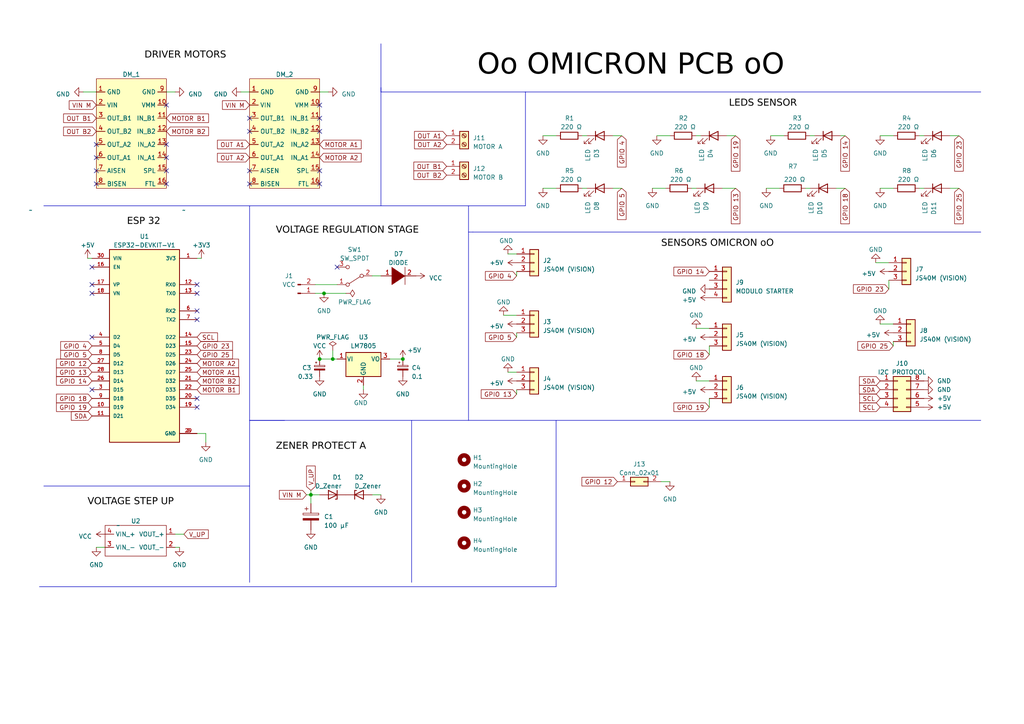
<source format=kicad_sch>
(kicad_sch (version 20230121) (generator eeschema)
  (paper "A4")
  (title_block (title "RAS UNIANDES OMICRON PCB"))
  (lib_symbols
    (symbol "Connector:Conn_01x02_Male" (pin_names (offset 1.016) hide)
      (property "Reference" "J1" (at -2.54 2.54 0))
      (property "Value" "VCC" (at -2.54 0 0))
      (symbol "Conn_01x02_Male_1_1"
        (rectangle (start 0 -2.413) (end 0.8636 -2.667) (stroke (width 0.1524)) (fill (type outline)))
        (polyline (pts (xy 1.27 -2.54) (xy 0.8636 -2.54)) (stroke (width 0.1524)))
        (polyline (pts (xy 1.27 0) (xy 0.8636 0)) (stroke (width 0.1524)))
        (rectangle (start 0.8636 0.127) (end 0 -0.127) (stroke (width 0.1524)) (fill (type outline)))
        (pin passive line (at 5.08 -2.54 180) (length 3.81) (name "Pin_2") (number "1"))
        (pin passive line (at 5.08 0 180) (length 3.81) (name "Pin_1") (number "2"))
      )
    )
    (symbol "Connector:Screw_Terminal_01x02" (pin_names (offset 1.016) hide)
      (property "Reference" "J" (at 0 2.54 0))
      (property "Value" "Screw_Terminal_01x02" (at 0 -5.08 0))
      (symbol "Screw_Terminal_01x02_1_1"
        (rectangle (start -1.27 1.27) (end 1.27 -3.81) (stroke (width 0.254)) (fill (type background)))
        (circle (center 0 -2.54) (radius 0.635) (stroke (width 0.1524)))
        (polyline (pts (xy -0.5334 -2.2098) (xy 0.3302 -3.048)) (stroke (width 0.1524)))
        (polyline (pts (xy -0.5334 0.3302) (xy 0.3302 -0.508)) (stroke (width 0.1524)))
        (polyline (pts (xy -0.3556 -2.032) (xy 0.508 -2.8702)) (stroke (width 0.1524)))
        (polyline (pts (xy -0.3556 0.508) (xy 0.508 -0.3302)) (stroke (width 0.1524)))
        (circle (center 0 0) (radius 0.635) (stroke (width 0.1524)))
        (pin passive line (at -5.08 0 0) (length 3.81) (name "Pin_1") (number "1"))
        (pin passive line (at -5.08 -2.54 0) (length 3.81) (name "Pin_2") (number "2"))
      )
    )
    (symbol "Connector_Generic:Conn_01x03" (pin_names (offset 1.016) hide)
      (property "Reference" "J" (at 0 5.08 0))
      (property "Value" "Conn_01x03" (at 0 -5.08 0))
      (symbol "Conn_01x03_1_1"
        (rectangle (start -1.27 -2.413) (end 0 -2.667) (stroke (width 0.1524)))
        (rectangle (start -1.27 0.127) (end 0 -0.127) (stroke (width 0.1524)))
        (rectangle (start -1.27 2.667) (end 0 2.413) (stroke (width 0.1524)))
        (rectangle (start -1.27 3.81) (end 1.27 -3.81) (stroke (width 0.254)) (fill (type background)))
        (pin passive line (at -5.08 2.54 0) (length 3.81) (name "Pin_1") (number "1"))
        (pin passive line (at -5.08 0 0) (length 3.81) (name "Pin_2") (number "2"))
        (pin passive line (at -5.08 -2.54 0) (length 3.81) (name "Pin_3") (number "3"))
      )
    )
    (symbol "Connector_Generic:Conn_01x04" (pin_names (offset 1.016) hide)
      (property "Reference" "J" (at 0 5.08 0))
      (property "Value" "Conn_01x04" (at 0 -7.62 0))
      (symbol "Conn_01x04_1_1"
        (rectangle (start -1.27 -4.953) (end 0 -5.207) (stroke (width 0.1524)))
        (rectangle (start -1.27 -2.413) (end 0 -2.667) (stroke (width 0.1524)))
        (rectangle (start -1.27 0.127) (end 0 -0.127) (stroke (width 0.1524)))
        (rectangle (start -1.27 2.667) (end 0 2.413) (stroke (width 0.1524)))
        (rectangle (start -1.27 3.81) (end 1.27 -6.35) (stroke (width 0.254)) (fill (type background)))
        (pin passive line (at -5.08 2.54 0) (length 3.81) (name "Pin_1") (number "1"))
        (pin passive line (at -5.08 0 0) (length 3.81) (name "Pin_2") (number "2"))
        (pin passive line (at -5.08 -2.54 0) (length 3.81) (name "Pin_3") (number "3"))
        (pin passive line (at -5.08 -5.08 0) (length 3.81) (name "Pin_4") (number "4"))
      )
    )
    (symbol "Connector_Generic:Conn_02x01" (pin_names (offset 1.016) hide)
      (property "Reference" "J" (at 1.27 2.54 0))
      (property "Value" "Conn_02x01" (at 1.27 -2.54 0))
      (symbol "Conn_02x01_1_1"
        (rectangle (start -1.27 0.127) (end 0 -0.127) (stroke (width 0.1524)))
        (rectangle (start -1.27 1.27) (end 3.81 -1.27) (stroke (width 0.254)) (fill (type background)))
        (rectangle (start 3.81 0.127) (end 2.54 -0.127) (stroke (width 0.1524)))
        (pin passive line (at -5.08 0 0) (length 3.81) (name "Pin_1") (number "1"))
        (pin passive line (at 7.62 0 180) (length 3.81) (name "Pin_2") (number "2"))
      )
    )
    (symbol "Connector_Generic:Conn_02x04_Counter_Clockwise" (pin_names (offset 1.016) hide)
      (property "Reference" "J" (at 1.27 5.08 0))
      (property "Value" "Conn_02x04_Counter_Clockwise" (at 1.27 -7.62 0))
      (symbol "Conn_02x04_Counter_Clockwise_1_1"
        (rectangle (start -1.27 -4.953) (end 0 -5.207) (stroke (width 0.1524)))
        (rectangle (start -1.27 -2.413) (end 0 -2.667) (stroke (width 0.1524)))
        (rectangle (start -1.27 0.127) (end 0 -0.127) (stroke (width 0.1524)))
        (rectangle (start -1.27 2.667) (end 0 2.413) (stroke (width 0.1524)))
        (rectangle (start -1.27 3.81) (end 3.81 -6.35) (stroke (width 0.254)) (fill (type background)))
        (rectangle (start 3.81 -4.953) (end 2.54 -5.207) (stroke (width 0.1524)))
        (rectangle (start 3.81 -2.413) (end 2.54 -2.667) (stroke (width 0.1524)))
        (rectangle (start 3.81 0.127) (end 2.54 -0.127) (stroke (width 0.1524)))
        (rectangle (start 3.81 2.667) (end 2.54 2.413) (stroke (width 0.1524)))
        (pin passive line (at -5.08 2.54 0) (length 3.81) (name "Pin_1") (number "1"))
        (pin passive line (at -5.08 0 0) (length 3.81) (name "Pin_2") (number "2"))
        (pin passive line (at -5.08 -2.54 0) (length 3.81) (name "Pin_3") (number "3"))
        (pin passive line (at -5.08 -5.08 0) (length 3.81) (name "Pin_4") (number "4"))
        (pin passive line (at 7.62 -5.08 180) (length 3.81) (name "Pin_5") (number "5"))
        (pin passive line (at 7.62 -2.54 180) (length 3.81) (name "Pin_6") (number "6"))
        (pin passive line (at 7.62 0 180) (length 3.81) (name "Pin_7") (number "7"))
        (pin passive line (at 7.62 2.54 180) (length 3.81) (name "Pin_8") (number "8"))
      )
    )
    (symbol "DRV 8833:DRV_8833"
      (property "Reference" "DM_2" (at 29.21 39.37 0))
      (property "Value" "~" (at 0 0 0))
      (symbol "DRV_8833_0_1"
        (rectangle (start 19.05 38.1) (end 39.37 6.35) (fill (type background)))
      )
      (symbol "DRV_8833_1_1"
        (pin input line (at 19.05 34.29 0) (length 2.54) (name "GND") (number "1"))
        (pin input line (at 39.37 30.48 180) (length 2.54) (name "VMM") (number "10"))
        (pin input line (at 39.37 26.67 180) (length 2.54) (name "IN_B1") (number "11"))
        (pin input line (at 39.37 22.86 180) (length 2.54) (name "IN_B2") (number "12"))
        (pin input line (at 39.37 19.05 180) (length 2.54) (name "IN_A2") (number "13"))
        (pin input line (at 39.37 15.24 180) (length 2.54) (name "IN_A1") (number "14"))
        (pin input line (at 39.37 11.43 180) (length 2.54) (name "SPL") (number "15"))
        (pin input line (at 39.37 7.62 180) (length 2.54) (name "FTL") (number "16"))
        (pin input line (at 19.05 30.48 0) (length 2.54) (name "VIN") (number "2"))
        (pin input line (at 19.05 26.67 0) (length 2.54) (name "OUT_B1") (number "3"))
        (pin input line (at 19.05 22.86 0) (length 2.54) (name "OUT_B2") (number "4"))
        (pin input line (at 19.05 19.05 0) (length 2.54) (name "OUT_A2") (number "5"))
        (pin input line (at 19.05 15.24 0) (length 2.54) (name "OUT_A1") (number "6"))
        (pin input line (at 19.05 11.43 0) (length 2.54) (name "AISEN") (number "7"))
        (pin input line (at 19.05 7.62 0) (length 2.54) (name "BISEN") (number "8"))
        (pin input line (at 39.37 34.29 180) (length 2.54) (name "GND") (number "9"))
      )
    )
    (symbol "DRV_8833_1"
      (property "Reference" "DM_1" (at 29.21 39.37 0))
      (property "Value" "~" (at 0 0 0))
      (symbol "DRV_8833_1_0_1"
        (rectangle (start 19.05 38.1) (end 39.37 6.35) (fill (type background)))
      )
      (symbol "DRV_8833_1_1_1"
        (pin input line (at 19.05 34.29 0) (length 2.54) (name "GND") (number "1"))
        (pin input line (at 39.37 30.48 180) (length 2.54) (name "VMM") (number "10"))
        (pin input line (at 39.37 26.67 180) (length 2.54) (name "IN_B1") (number "11"))
        (pin input line (at 39.37 22.86 180) (length 2.54) (name "IN_B2") (number "12"))
        (pin input line (at 39.37 19.05 180) (length 2.54) (name "IN_A2") (number "13"))
        (pin input line (at 39.37 15.24 180) (length 2.54) (name "IN_A1") (number "14"))
        (pin input line (at 39.37 11.43 180) (length 2.54) (name "SPL") (number "15"))
        (pin input line (at 39.37 7.62 180) (length 2.54) (name "FTL") (number "16"))
        (pin input line (at 19.05 30.48 0) (length 2.54) (name "VIN") (number "2"))
        (pin input line (at 19.05 26.67 0) (length 2.54) (name "OUT_B1") (number "3"))
        (pin input line (at 19.05 22.86 0) (length 2.54) (name "OUT_B2") (number "4"))
        (pin input line (at 19.05 19.05 0) (length 2.54) (name "OUT_A2") (number "5"))
        (pin input line (at 19.05 15.24 0) (length 2.54) (name "OUT_A1") (number "6"))
        (pin input line (at 19.05 11.43 0) (length 2.54) (name "AISEN") (number "7"))
        (pin input line (at 19.05 7.62 0) (length 2.54) (name "BISEN") (number "8"))
        (pin input line (at 39.37 34.29 180) (length 2.54) (name "GND") (number "9"))
      )
    )
    (symbol "Device:C_Polarized" (pin_numbers hide) (pin_names (offset 0.254))
      (property "Reference" "C" (at 0.635 2.54 0))
      (property "Value" "C_Polarized" (at 0.635 -2.54 0))
      (symbol "C_Polarized_0_1"
        (rectangle (start -2.286 0.508) (end 2.286 1.016))
        (polyline (pts (xy -1.778 2.286) (xy -0.762 2.286)))
        (polyline (pts (xy -1.27 2.794) (xy -1.27 1.778)))
        (rectangle (start 2.286 -0.508) (end -2.286 -1.016) (fill (type outline)))
      )
      (symbol "C_Polarized_1_1"
        (pin passive line (at 0 3.81 270) (length 2.794) (name "~") (number "1"))
        (pin passive line (at 0 -3.81 90) (length 2.794) (name "~") (number "2"))
      )
    )
    (symbol "Device:C_Polarized_Small" (pin_numbers hide) (pin_names (offset 0.254) hide)
      (property "Reference" "C" (at 0.254 1.778 0))
      (property "Value" "C_Polarized_Small" (at 0.254 -2.032 0))
      (symbol "C_Polarized_Small_0_1"
        (rectangle (start -1.524 -0.3048) (end 1.524 -0.6858) (fill (type outline)))
        (rectangle (start -1.524 0.6858) (end 1.524 0.3048))
        (polyline (pts (xy -1.27 1.524) (xy -0.762 1.524)))
        (polyline (pts (xy -1.016 1.27) (xy -1.016 1.778)))
      )
      (symbol "C_Polarized_Small_1_1"
        (pin passive line (at 0 2.54 270) (length 1.8542) (name "~") (number "1"))
        (pin passive line (at 0 -2.54 90) (length 1.8542) (name "~") (number "2"))
      )
    )
    (symbol "Device:D_Zener" (pin_numbers hide) (pin_names (offset 1.016) hide)
      (property "Reference" "D" (at 0 2.54 0))
      (property "Value" "D_Zener" (at 0 -2.54 0))
      (symbol "D_Zener_0_1"
        (polyline (pts (xy 1.27 0) (xy -1.27 0)))
        (polyline (pts (xy -1.27 -1.27) (xy -1.27 1.27) (xy -0.762 1.27)) (stroke (width 0.254)))
        (polyline (pts (xy 1.27 -1.27) (xy 1.27 1.27) (xy -1.27 0) (xy 1.27 -1.27)) (stroke (width 0.254)))
      )
      (symbol "D_Zener_1_1"
        (pin passive line (at -3.81 0 0) (length 2.54) (name "K") (number "1"))
        (pin passive line (at 3.81 0 180) (length 2.54) (name "A") (number "2"))
      )
    )
    (symbol "Device:LED" (pin_numbers hide) (pin_names (offset 1.016) hide)
      (property "Reference" "D" (at 0 2.54 0))
      (property "Value" "LED" (at 0 -2.54 0))
      (symbol "LED_0_1"
        (polyline (pts (xy -1.27 -1.27) (xy -1.27 1.27)) (stroke (width 0.254)))
        (polyline (pts (xy -1.27 0) (xy 1.27 0)))
        (polyline (pts (xy 1.27 -1.27) (xy 1.27 1.27) (xy -1.27 0) (xy 1.27 -1.27)) (stroke (width 0.254)))
        (polyline (pts (xy -3.048 -0.762) (xy -4.572 -2.286) (xy -3.81 -2.286) (xy -4.572 -2.286) (xy -4.572 -1.524)))
        (polyline (pts (xy -1.778 -0.762) (xy -3.302 -2.286) (xy -2.54 -2.286) (xy -3.302 -2.286) (xy -3.302 -1.524)))
      )
      (symbol "LED_1_1"
        (pin passive line (at -3.81 0 0) (length 2.54) (name "K") (number "1"))
        (pin passive line (at 3.81 0 180) (length 2.54) (name "A") (number "2"))
      )
    )
    (symbol "Device:R" (pin_numbers hide) (pin_names (offset 0))
      (property "Reference" "R" (at 2.032 0 90))
      (property "Value" "R" (at 0 0 90))
      (symbol "R_0_1"
        (rectangle (start -1.016 -2.54) (end 1.016 2.54) (stroke (width 0.254)))
      )
      (symbol "R_1_1"
        (pin passive line (at 0 3.81 270) (length 1.27) (name "~") (number "1"))
        (pin passive line (at 0 -3.81 90) (length 1.27) (name "~") (number "2"))
      )
    )
    (symbol "ESP32-DEVKIT-V1:ESP32-DEVKIT-V1" (pin_names (offset 1.016))
      (property "Reference" "U" (at -10.16 30.48 0))
      (property "Value" "ESP32-DEVKIT-V1" (at -10.16 -30.48 0))
      (symbol "ESP32-DEVKIT-V1_0_0"
        (rectangle (start -10.16 -27.94) (end 10.16 27.94) (stroke (width 0.254)) (fill (type background)))
        (pin output line (at 15.24 25.4 180) (length 5.08) (name "3V3") (number "1"))
        (pin bidirectional line (at -15.24 -17.78 0) (length 5.08) (name "D19") (number "10"))
        (pin bidirectional line (at -15.24 -20.32 0) (length 5.08) (name "D21") (number "11"))
        (pin input line (at 15.24 17.78 180) (length 5.08) (name "RX0") (number "12"))
        (pin output line (at 15.24 15.24 180) (length 5.08) (name "TX0") (number "13"))
        (pin bidirectional line (at 15.24 2.54 180) (length 5.08) (name "D22") (number "14"))
        (pin bidirectional line (at 15.24 0 180) (length 5.08) (name "D23") (number "15"))
        (pin input line (at -15.24 22.86 0) (length 5.08) (name "EN") (number "16"))
        (pin bidirectional line (at -15.24 17.78 0) (length 5.08) (name "VP") (number "17"))
        (pin bidirectional line (at -15.24 15.24 0) (length 5.08) (name "VN") (number "18"))
        (pin bidirectional line (at 15.24 -17.78 180) (length 5.08) (name "D34") (number "19"))
        (pin power_in line (at 15.24 -25.4 180) (length 5.08) (name "GND") (number "2"))
        (pin bidirectional line (at 15.24 -15.24 180) (length 5.08) (name "D35") (number "20"))
        (pin bidirectional line (at 15.24 -10.16 180) (length 5.08) (name "D32") (number "21"))
        (pin bidirectional line (at 15.24 -12.7 180) (length 5.08) (name "D33") (number "22"))
        (pin bidirectional line (at 15.24 -2.54 180) (length 5.08) (name "D25") (number "23"))
        (pin bidirectional line (at 15.24 -5.08 180) (length 5.08) (name "D26") (number "24"))
        (pin bidirectional line (at 15.24 -7.62 180) (length 5.08) (name "D27") (number "25"))
        (pin bidirectional line (at -15.24 -10.16 0) (length 5.08) (name "D14") (number "26"))
        (pin bidirectional line (at -15.24 -5.08 0) (length 5.08) (name "D12") (number "27"))
        (pin bidirectional line (at -15.24 -7.62 0) (length 5.08) (name "D13") (number "28"))
        (pin power_in line (at 15.24 -25.4 180) (length 5.08) (name "GND") (number "29"))
        (pin bidirectional line (at -15.24 -12.7 0) (length 5.08) (name "D15") (number "3"))
        (pin input line (at -15.24 25.4 0) (length 5.08) (name "VIN") (number "30"))
        (pin bidirectional line (at -15.24 2.54 0) (length 5.08) (name "D2") (number "4"))
        (pin bidirectional line (at -15.24 0 0) (length 5.08) (name "D4") (number "5"))
        (pin input line (at 15.24 10.16 180) (length 5.08) (name "RX2") (number "6"))
        (pin output line (at 15.24 7.62 180) (length 5.08) (name "TX2") (number "7"))
        (pin bidirectional line (at -15.24 -2.54 0) (length 5.08) (name "D5") (number "8"))
        (pin bidirectional line (at -15.24 -15.24 0) (length 5.08) (name "D18") (number "9"))
      )
    )
    (symbol "MT 3806 STEP UP:MT_3608"
      (property "Reference" "U" (at 15.24 -2.54 0))
      (symbol "MT_3608_0_1"
        (rectangle (start 6.35 -3.81) (end 24.13 -12.7))
      )
      (symbol "MT_3608_1_1"
        (pin input line (at 26.67 -6.35 180) (length 2.54) (name "VOUT_+") (number "1"))
        (pin input line (at 26.67 -10.16 180) (length 2.54) (name "VOUT_-") (number "2"))
        (pin input line (at 6.35 -10.16 0) (length 2.54) (name "VIN_-") (number "3"))
        (pin input line (at 6.35 -6.35 0) (length 2.54) (name "VIN_+") (number "4"))
      )
    )
    (symbol "Mechanical:MountingHole" (pin_names (offset 1.016))
      (property "Reference" "H" (at 0 5.08 0))
      (property "Value" "MountingHole" (at 0 3.175 0))
      (symbol "MountingHole_0_1"
        (circle (center 0 0) (radius 1.27) (stroke (width 1.27)))
      )
    )
    (symbol "Regulator_Linear:LM7805_TO220" (pin_names (offset 0.254))
      (property "Reference" "U" (at -3.81 3.175 0))
      (property "Value" "LM7805_TO220" (at 0 3.175 0))
      (symbol "LM7805_TO220_0_1"
        (rectangle (start -5.08 1.905) (end 5.08 -5.08) (stroke (width 0.254)) (fill (type background)))
      )
      (symbol "LM7805_TO220_1_1"
        (pin power_in line (at -7.62 0 0) (length 2.54) (name "VI") (number "1"))
        (pin power_in line (at 0 -7.62 90) (length 2.54) (name "GND") (number "2"))
        (pin power_out line (at 7.62 0 180) (length 2.54) (name "VO") (number "3"))
      )
    )
    (symbol "Switch:SW_SPDT" (pin_names (offset 0) hide)
      (property "Reference" "SW" (at 0 4.318 0))
      (property "Value" "SW_SPDT" (at 0 -5.08 0))
      (symbol "SW_SPDT_0_0"
        (circle (center -2.032 0) (radius 0.508))
        (circle (center 2.032 -2.54) (radius 0.508))
      )
      (symbol "SW_SPDT_0_1"
        (polyline (pts (xy -1.524 0.254) (xy 1.651 2.286)))
        (circle (center 2.032 2.54) (radius 0.508))
      )
      (symbol "SW_SPDT_1_1"
        (pin passive line (at 5.08 2.54 180) (length 2.54) (name "A") (number "1"))
        (pin passive line (at -5.08 0 0) (length 2.54) (name "B") (number "2"))
        (pin passive line (at 5.08 -2.54 180) (length 2.54) (name "C") (number "3"))
      )
    )
    (symbol "power:+3.3V" (power) (pin_names (offset 0))
      (property "Value" "+3.3V" (at 0 3.556 0))
      (symbol "+3.3V_0_1"
        (polyline (pts (xy -0.762 1.27) (xy 0 2.54)))
        (polyline (pts (xy 0 0) (xy 0 2.54)))
        (polyline (pts (xy 0 2.54) (xy 0.762 1.27)))
      )
      (symbol "+3.3V_1_1"
        (pin power_in line (at 0 0 90) (length 0) hide (name "+3V3") (number "1"))
      )
    )
    (symbol "power:+5V" (power) (pin_names (offset 0))
      (property "Value" "+5V" (at 0 3.556 0))
      (symbol "+5V_0_1"
        (polyline (pts (xy -0.762 1.27) (xy 0 2.54)))
        (polyline (pts (xy 0 0) (xy 0 2.54)))
        (polyline (pts (xy 0 2.54) (xy 0.762 1.27)))
      )
      (symbol "+5V_1_1"
        (pin power_in line (at 0 0 90) (length 0) hide (name "+5V") (number "1"))
      )
    )
    (symbol "power:GND" (power) (pin_names (offset 0))
      (property "Value" "GND" (at 0 -3.81 0))
      (symbol "GND_0_1"
        (polyline (pts (xy 0 0) (xy 0 -1.27) (xy 1.27 -1.27) (xy 0 -2.54) (xy -1.27 -1.27) (xy 0 -1.27)))
      )
      (symbol "GND_1_1"
        (pin power_in line (at 0 0 270) (length 0) hide (name "GND") (number "1"))
      )
    )
    (symbol "power:PWR_FLAG" (power) (pin_numbers hide) (pin_names (offset 0) hide)
      (property "Value" "PWR_FLAG" (at 0 3.81 0))
      (symbol "PWR_FLAG_0_0"
        (pin power_out line (at 0 0 90) (length 0) (name "pwr") (number "1"))
      )
      (symbol "PWR_FLAG_0_1"
        (polyline (pts (xy 0 0) (xy 0 1.27) (xy -1.016 1.905) (xy 0 2.54) (xy 1.016 1.905) (xy 0 1.27)))
      )
    )
    (symbol "power:VCC" (power) (pin_names (offset 0))
      (property "Value" "VCC" (at 0 3.81 0))
      (symbol "VCC_0_1"
        (polyline (pts (xy -0.762 1.27) (xy 0 2.54)))
        (polyline (pts (xy 0 0) (xy 0 2.54)))
        (polyline (pts (xy 0 2.54) (xy 0.762 1.27)))
      )
      (symbol "VCC_1_1"
        (pin power_in line (at 0 0 90) (length 0) hide (name "VCC") (number "1"))
      )
    )
    (symbol "pspice:DIODE" (pin_names (offset 1.016) hide)
      (property "Reference" "D" (at 0 3.81 0))
      (property "Value" "DIODE" (at 0 -4.445 0))
      (symbol "DIODE_0_1"
        (polyline (pts (xy 1.905 2.54) (xy 1.905 -2.54)))
        (polyline (pts (xy -1.905 2.54) (xy -1.905 -2.54) (xy 1.905 0)) (fill (type outline)))
      )
      (symbol "DIODE_1_1"
        (pin input line (at -5.08 0 0) (length 3.81) (name "K") (number "1"))
        (pin input line (at 5.08 0 180) (length 3.81) (name "A") (number "2"))
      )
    )
  )
  (junction (at 92.71 104.14))
  (junction (at 116.84 104.14))
  (junction (at 96.52 104.14))
  (junction (at 90.17 143.51))
  (junction (at 93.98 85.09))
  (no_connect (at 72.39 53.34))
  (no_connect (at 72.39 49.53))
  (no_connect (at 27.94 53.34))
  (no_connect (at 26.67 77.47))
  (no_connect (at 26.67 85.09))
  (no_connect (at 27.94 49.53))
  (no_connect (at 48.26 30.48))
  (no_connect (at 92.71 30.48))
  (no_connect (at 27.94 41.91))
  (no_connect (at 48.26 45.72))
  (no_connect (at 57.15 90.17))
  (no_connect (at 48.26 41.91))
  (no_connect (at 57.15 85.09))
  (no_connect (at 57.15 92.71))
  (no_connect (at 92.71 53.34))
  (no_connect (at 57.15 115.57))
  (no_connect (at 26.67 113.03))
  (no_connect (at 72.39 38.1))
  (no_connect (at 97.79 77.47))
  (no_connect (at 57.15 82.55))
  (no_connect (at 92.71 38.1))
  (no_connect (at 48.26 49.53))
  (no_connect (at 72.39 34.29))
  (no_connect (at 57.15 118.11))
  (no_connect (at 26.67 97.79))
  (no_connect (at 26.67 82.55))
  (no_connect (at 92.71 34.29))
  (no_connect (at 48.26 53.34))
  (no_connect (at 92.71 49.53))
  (no_connect (at 27.94 45.72))
  (polyline (pts (xy 72.39 140.97) (xy 12.7 140.97)))
  (wire (pts (xy 255.27 39.37) (xy 259.08 39.37)))
  (polyline (pts (xy 72.39 59.69) (xy 110.49 59.69)))
  (wire (pts (xy 59.69 125.73) (xy 59.69 128.27)))
  (wire (pts (xy 201.93 110.49) (xy 205.74 110.49)))
  (wire (pts (xy 147.32 107.95) (xy 149.86 107.95)))
  (wire (pts (xy 149.86 80.01) (xy 149.86 78.74)))
  (wire (pts (xy 50.8 26.67) (xy 48.26 26.67)))
  (wire (pts (xy 116.84 104.14) (xy 113.03 104.14)))
  (wire (pts (xy 90.17 146.05) (xy 90.17 143.51)))
  (wire (pts (xy 194.31 139.7) (xy 191.77 139.7)))
  (wire (pts (xy 189.23 54.61) (xy 193.04 54.61)))
  (wire (pts (xy 24.13 26.67) (xy 27.94 26.67)))
  (wire (pts (xy 149.86 114.3) (xy 149.86 113.03)))
  (wire (pts (xy 180.34 39.37) (xy 177.8 39.37)))
  (wire (pts (xy 91.44 82.55) (xy 97.79 82.55)))
  (wire (pts (xy 58.42 74.93) (xy 57.15 74.93)))
  (polyline (pts (xy 135.89 121.92) (xy 135.89 59.69)))
  (wire (pts (xy 100.33 85.09) (xy 93.98 85.09)))
  (wire (pts (xy 25.4 74.93) (xy 26.67 74.93)))
  (wire (pts (xy 170.18 54.61) (xy 168.91 54.61)))
  (polyline (pts (xy 161.29 170.18) (xy 161.29 121.92)))
  (wire (pts (xy 257.81 83.82) (xy 257.81 81.28)))
  (wire (pts (xy 157.48 54.61) (xy 161.29 54.61)))
  (wire (pts (xy 255.27 93.98) (xy 259.08 93.98)))
  (polyline (pts (xy 152.4 26.67) (xy 284.48 26.67)))
  (wire (pts (xy 236.22 39.37) (xy 234.95 39.37)))
  (wire (pts (xy 52.07 158.75) (xy 50.8 158.75)))
  (wire (pts (xy 110.49 80.01) (xy 107.95 80.01)))
  (wire (pts (xy 203.2 39.37) (xy 201.93 39.37)))
  (polyline (pts (xy 135.89 67.31) (xy 137.16 67.31)))
  (wire (pts (xy 255.27 54.61) (xy 259.08 54.61)))
  (wire (pts (xy 223.52 39.37) (xy 227.33 39.37)))
  (polyline (pts (xy 137.16 67.31) (xy 284.48 67.31)))
  (wire (pts (xy 92.71 104.14) (xy 96.52 104.14)))
  (wire (pts (xy 157.48 39.37) (xy 161.29 39.37)))
  (wire (pts (xy 96.52 104.14) (xy 97.79 104.14)))
  (wire (pts (xy 180.34 54.61) (xy 177.8 54.61)))
  (wire (pts (xy 278.13 54.61) (xy 275.59 54.61)))
  (wire (pts (xy 205.74 118.11) (xy 205.74 115.57)))
  (wire (pts (xy 93.98 85.09) (xy 91.44 85.09)))
  (wire (pts (xy 90.17 142.24) (xy 90.17 143.51)))
  (wire (pts (xy 267.97 39.37) (xy 266.7 39.37)))
  (wire (pts (xy 96.52 101.6) (xy 96.52 104.14)))
  (wire (pts (xy 50.8 154.94) (xy 53.34 154.94)))
  (wire (pts (xy 205.74 102.87) (xy 205.74 100.33)))
  (wire (pts (xy 69.85 26.67) (xy 72.39 26.67)))
  (wire (pts (xy 234.95 54.61) (xy 233.68 54.61)))
  (wire (pts (xy 259.08 100.33) (xy 259.08 99.06)))
  (wire (pts (xy 201.93 54.61) (xy 200.66 54.61)))
  (wire (pts (xy 213.36 39.37) (xy 210.82 39.37)))
  (wire (pts (xy 213.36 54.61) (xy 209.55 54.61)))
  (wire (pts (xy 149.86 97.79) (xy 149.86 96.52)))
  (wire (pts (xy 245.11 39.37) (xy 243.84 39.37)))
  (polyline (pts (xy 110.49 26.67) (xy 110.49 25.4)))
  (polyline (pts (xy 12.7 59.69) (xy 72.39 59.69)))
  (wire (pts (xy 170.18 39.37) (xy 168.91 39.37)))
  (polyline (pts (xy 152.4 26.67) (xy 110.49 26.67)))
  (polyline (pts (xy 11.43 170.18) (xy 161.29 170.18)))
  (wire (pts (xy 222.25 54.61) (xy 226.06 54.61)))
  (wire (pts (xy 254 76.2) (xy 257.81 76.2)))
  (wire (pts (xy 267.97 54.61) (xy 266.7 54.61)))
  (wire (pts (xy 59.69 125.73) (xy 57.15 125.73)))
  (wire (pts (xy 190.5 39.37) (xy 194.31 39.37)))
  (polyline (pts (xy 152.4 59.69) (xy 152.4 26.67)))
  (wire (pts (xy 95.25 26.67) (xy 92.71 26.67)))
  (polyline (pts (xy 72.39 121.92) (xy 135.89 121.92)))
  (wire (pts (xy 88.9 143.51) (xy 90.17 143.51)))
  (wire (pts (xy 105.41 111.76) (xy 105.41 113.03)))
  (wire (pts (xy 146.05 91.44) (xy 149.86 91.44)))
  (polyline (pts (xy 135.89 121.92) (xy 284.48 121.92)))
  (polyline (pts (xy 72.39 140.97) (xy 72.39 168.91)))
  (polyline (pts (xy 72.39 59.69) (xy 72.39 140.97)))
  (polyline (pts (xy 110.49 59.69) (xy 152.4 59.69)))
  (wire (pts (xy 245.11 54.61) (xy 242.57 54.61)))
  (wire (pts (xy 147.32 73.66) (xy 149.86 73.66)))
  (polyline (pts (xy 110.49 12.7) (xy 110.49 59.69)))
  (wire (pts (xy 107.95 143.51) (xy 110.49 143.51)))
  (wire (pts (xy 90.17 143.51) (xy 92.71 143.51)))
  (wire (pts (xy 27.94 158.75) (xy 30.48 158.75)))
  (polyline (pts (xy 72.39 121.92) (xy 82.55 121.92)))
  (wire (pts (xy 278.13 39.37) (xy 275.59 39.37)))
  (polyline (pts (xy 119.38 121.92) (xy 119.38 168.91)))
  (wire (pts (xy 201.93 95.25) (xy 205.74 95.25)))
  (text "DRIVER MOTORS\n" (at 41.91 17.78 0) (effects (font (size 2 2)) (justify left bottom)))
  (text "ZENER PROTECT A\n\n" (at 80.01 134.62 0) (effects (font (size 2 2)) (justify left bottom)))
  (text "VOLTAGE REGULATION STAGE" (at 80.01 68.58 0) (effects (font (size 2 2)) (justify left bottom)))
  (text "LEDS SENSOR\n" (at 231.14 31.75 0) (effects (font (size 2 2)) (justify right bottom)))
  (text "SENSORS OMICRON oO" (at 191.77 72.39 0) (effects (font (size 2 2)) (justify left bottom)))
  (text "VOLTAGE STEP UP " (at 25.4 147.32 0) (effects (font (size 2 2)) (justify left bottom)))
  (text "ESP 32" (at 36.83 66.04 0) (effects (font (size 2 2)) (justify left bottom)))
  (text "Oo OMICRON PCB oO" (at 138.43 24.13 0) (effects (font (size 6 6)) (justify left bottom)))
  (global_label "GPIO 4" (shape input) (at 149.86 80.01 180) (property "Intersheetrefs" "${INTERSHEET_REFS}" (effects hide)))
  (global_label "OUT A2" (shape input) (at 129.54 41.91 180) (property "Intersheetrefs" "${INTERSHEET_REFS}" (effects hide)))
  (global_label "MOTOR B1" (shape input) (at 57.15 113.03 0) (property "Intersheetrefs" "${INTERSHEET_REFS}" (effects hide)))
  (global_label "GPIO 5" (shape input) (at 180.34 54.61 270) (property "Intersheetrefs" "${INTERSHEET_REFS}" (effects hide)))
  (global_label "GPIO 14" (shape input) (at 245.11 39.37 270) (property "Intersheetrefs" "${INTERSHEET_REFS}" (effects hide)))
  (global_label "SDA" (shape input) (at 255.27 110.49 180) (property "Intersheetrefs" "${INTERSHEET_REFS}" (effects hide)))
  (global_label "GPIO 23" (shape input) (at 278.13 39.37 270) (property "Intersheetrefs" "${INTERSHEET_REFS}" (effects hide)))
  (global_label "OUT A1" (shape input) (at 72.39 41.91 180) (property "Intersheetrefs" "${INTERSHEET_REFS}" (effects hide)))
  (global_label "GPIO 18" (shape input) (at 245.11 54.61 270) (property "Intersheetrefs" "${INTERSHEET_REFS}" (effects hide)))
  (global_label "GPIO 25" (shape input) (at 278.13 54.61 270) (property "Intersheetrefs" "${INTERSHEET_REFS}" (effects hide)))
  (global_label "GPIO 23" (shape input) (at 257.81 83.82 180) (property "Intersheetrefs" "${INTERSHEET_REFS}" (effects hide)))
  (global_label "GPIO 19" (shape input) (at 205.74 118.11 180) (property "Intersheetrefs" "${INTERSHEET_REFS}" (effects hide)))
  (global_label "GPIO 13" (shape input) (at 213.36 54.61 270) (property "Intersheetrefs" "${INTERSHEET_REFS}" (effects hide)))
  (global_label "GPIO 12" (shape input) (at 26.67 105.41 180) (property "Intersheetrefs" "${INTERSHEET_REFS}" (effects hide)))
  (global_label "MOTOR B1" (shape input) (at 48.26 34.29 0) (property "Intersheetrefs" "${INTERSHEET_REFS}" (effects hide)))
  (global_label "GPIO 19" (shape input) (at 213.36 39.37 270) (property "Intersheetrefs" "${INTERSHEET_REFS}" (effects hide)))
  (global_label "MOTOR A1" (shape input) (at 92.71 41.91 0) (property "Intersheetrefs" "${INTERSHEET_REFS}" (effects hide)))
  (global_label "SCL" (shape input) (at 57.15 97.79 0) (property "Intersheetrefs" "${INTERSHEET_REFS}" (effects hide)))
  (global_label "SCL" (shape input) (at 255.27 118.11 180) (property "Intersheetrefs" "${INTERSHEET_REFS}" (effects hide)))
  (global_label "GPIO 14" (shape input) (at 205.74 78.74 180) (property "Intersheetrefs" "${INTERSHEET_REFS}" (effects hide)))
  (global_label "GPIO 25" (shape input) (at 259.08 100.33 180) (property "Intersheetrefs" "${INTERSHEET_REFS}" (effects hide)))
  (global_label "MOTOR B2" (shape input) (at 48.26 38.1 0) (property "Intersheetrefs" "${INTERSHEET_REFS}" (effects hide)))
  (global_label "V_UP" (shape input) (at 90.17 142.24 90) (property "Intersheetrefs" "${INTERSHEET_REFS}" (effects hide)))
  (global_label "OUT A1" (shape input) (at 129.54 39.37 180) (property "Intersheetrefs" "${INTERSHEET_REFS}" (effects hide)))
  (global_label "VIN M" (shape input) (at 72.39 30.48 180) (property "Intersheetrefs" "${INTERSHEET_REFS}" (effects hide)))
  (global_label "GPIO 14" (shape input) (at 26.67 110.49 180) (property "Intersheetrefs" "${INTERSHEET_REFS}" (effects hide)))
  (global_label "GPIO 13" (shape input) (at 26.67 107.95 180) (property "Intersheetrefs" "${INTERSHEET_REFS}" (effects hide)))
  (global_label "VIN M" (shape input) (at 88.9 143.51 180) (property "Intersheetrefs" "${INTERSHEET_REFS}" (effects hide)))
  (global_label "GPIO 4" (shape input) (at 26.67 100.33 180) (property "Intersheetrefs" "${INTERSHEET_REFS}" (effects hide)))
  (global_label "GPIO 18" (shape input) (at 26.67 115.57 180) (property "Intersheetrefs" "${INTERSHEET_REFS}" (effects hide)))
  (global_label "OUT B2" (shape input) (at 27.94 38.1 180) (property "Intersheetrefs" "${INTERSHEET_REFS}" (effects hide)))
  (global_label "VIN M" (shape input) (at 27.94 30.48 180) (property "Intersheetrefs" "${INTERSHEET_REFS}" (effects hide)))
  (global_label "GPIO 23" (shape input) (at 57.15 100.33 0) (property "Intersheetrefs" "${INTERSHEET_REFS}" (effects hide)))
  (global_label "SCL" (shape input) (at 255.27 115.57 180) (property "Intersheetrefs" "${INTERSHEET_REFS}" (effects hide)))
  (global_label "GPIO 13" (shape input) (at 149.86 114.3 180) (property "Intersheetrefs" "${INTERSHEET_REFS}" (effects hide)))
  (global_label "OUT A2" (shape input) (at 72.39 45.72 180) (property "Intersheetrefs" "${INTERSHEET_REFS}" (effects hide)))
  (global_label "SDA" (shape input) (at 255.27 113.03 180) (property "Intersheetrefs" "${INTERSHEET_REFS}" (effects hide)))
  (global_label "GPIO 5" (shape input) (at 26.67 102.87 180) (property "Intersheetrefs" "${INTERSHEET_REFS}" (effects hide)))
  (global_label "GPIO 19" (shape input) (at 26.67 118.11 180) (property "Intersheetrefs" "${INTERSHEET_REFS}" (effects hide)))
  (global_label "GPIO 25" (shape input) (at 57.15 102.87 0) (property "Intersheetrefs" "${INTERSHEET_REFS}" (effects hide)))
  (global_label "GPIO 18" (shape input) (at 205.74 102.87 180) (property "Intersheetrefs" "${INTERSHEET_REFS}" (effects hide)))
  (global_label "MOTOR A1" (shape input) (at 57.15 107.95 0) (property "Intersheetrefs" "${INTERSHEET_REFS}" (effects hide)))
  (global_label "GPIO 12" (shape input) (at 179.07 139.7 180) (property "Intersheetrefs" "${INTERSHEET_REFS}" (effects hide)))
  (global_label "MOTOR A2" (shape input) (at 92.71 45.72 0) (property "Intersheetrefs" "${INTERSHEET_REFS}" (effects hide)))
  (global_label "OUT B1" (shape input) (at 27.94 34.29 180) (property "Intersheetrefs" "${INTERSHEET_REFS}" (effects hide)))
  (global_label "GPIO 5" (shape input) (at 149.86 97.79 180) (property "Intersheetrefs" "${INTERSHEET_REFS}" (effects hide)))
  (global_label "MOTOR A2" (shape input) (at 57.15 105.41 0) (property "Intersheetrefs" "${INTERSHEET_REFS}" (effects hide)))
  (global_label "MOTOR B2" (shape input) (at 57.15 110.49 0) (property "Intersheetrefs" "${INTERSHEET_REFS}" (effects hide)))
  (global_label "SDA" (shape input) (at 26.67 120.65 180) (property "Intersheetrefs" "${INTERSHEET_REFS}" (effects hide)))
  (global_label "OUT B1" (shape input) (at 129.54 48.26 180) (property "Intersheetrefs" "${INTERSHEET_REFS}" (effects hide)))
  (global_label "GPIO 4" (shape input) (at 180.34 39.37 270) (property "Intersheetrefs" "${INTERSHEET_REFS}" (effects hide)))
  (global_label "V_UP" (shape input) (at 53.34 154.94 0) (property "Intersheetrefs" "${INTERSHEET_REFS}" (effects hide)))
  (global_label "OUT B2" (shape input) (at 129.54 50.8 180) (property "Intersheetrefs" "${INTERSHEET_REFS}" (effects hide)))
  (symbol (lib_id "power:GND") (at 146.05 91.44 180) (unit 1)
    (property "Reference" "#PWR027" (effects hide))
    (property "Value" "GND" (at 146.05 87.63 0))
  )
  (symbol (lib_id "power:GND") (at 205.74 83.82 270) (unit 1)
    (property "Reference" "#PWR026" (effects hide))
    (property "Value" "GND" (at 201.93 84.455 90) (effects (justify right)))
  )
  (symbol (lib_id "Device:R") (at 165.1 54.61 270) (unit 1)
    (property "Reference" "R5" (at 163.83 49.53 90) (effects (justify left)))
    (property "Value" "220 Ω" (at 162.56 52.07 90) (effects (justify left)))
    (property "Footprint" "Resistor_SMD:R_1206_3216Metric" (effects hide))
  )
  (symbol (lib_id "power:GND") (at 194.31 139.7 0) (unit 1)
    (property "Reference" "#PWR044" (effects hide))
    (property "Value" "GND" (at 194.31 144.78 0))
  )
  (symbol (lib_id "power:GND") (at 255.27 39.37 0) (unit 1)
    (property "Reference" "#PWR05" (effects hide))
    (property "Value" "GND" (at 255.27 44.45 0))
  )
  (symbol (lib_id "Connector_Generic:Conn_01x03") (at 262.89 78.74 0) (unit 1)
    (property "Reference" "J7" (at 265.43 78.105 0) (effects (justify left)))
    (property "Value" "JS40M (VISION)" (at 265.43 80.645 0) (effects (justify left)))
    (property "Footprint" "Connector_PinHeader_2.54mm:PinHeader_1x03_P2.54mm_Vertical" (effects hide))
  )
  (symbol (lib_id "Connector_Generic:Conn_01x03") (at 210.82 97.79 0) (unit 1)
    (property "Reference" "J5" (at 213.36 97.155 0) (effects (justify left)))
    (property "Value" "JS40M (VISION)" (at 213.36 99.695 0) (effects (justify left)))
    (property "Footprint" "Connector_PinHeader_2.54mm:PinHeader_1x03_P2.54mm_Vertical" (effects hide))
  )
  (symbol (lib_id "Device:R") (at 198.12 39.37 270) (unit 1)
    (property "Reference" "R2" (at 196.85 34.29 90) (effects (justify left)))
    (property "Value" "220 Ω" (at 195.58 36.83 90) (effects (justify left)))
    (property "Footprint" "Resistor_SMD:R_1206_3216Metric" (effects hide))
  )
  (symbol (lib_id "power:GND") (at 255.27 54.61 0) (unit 1)
    (property "Reference" "#PWR018" (effects hide))
    (property "Value" "GND" (at 255.27 59.69 0))
  )
  (symbol (lib_id "power:VCC") (at 30.48 154.94 90) (unit 1)
    (property "Reference" "#PWR046" (effects hide))
    (property "Value" "VCC" (at 26.67 155.575 90) (effects (justify left)))
  )
  (symbol (lib_id "MT 3806 STEP UP:MT_3608") (at 24.13 148.59 0) (unit 1)
    (property "Reference" "U2" (at 39.37 151.13 0))
    (property "Value" "~" (at 34.29 152.4 0))
    (property "Footprint" "misc_footprints:MT3608_module" (effects hide))
  )
  (symbol (lib_id "power:VCC") (at 92.71 104.14 0) (unit 1)
    (property "Reference" "#PWR049" (effects hide))
    (property "Value" "VCC" (at 92.71 100.33 0))
  )
  (symbol (lib_id "Connector_Generic:Conn_02x04_Counter_Clockwise") (at 260.35 113.03 0) (unit 1)
    (property "Reference" "J10" (at 261.62 105.41 0))
    (property "Value" "I2C PROTOCOL" (at 261.62 107.95 0))
    (property "Footprint" "Connector_PinHeader_2.54mm:PinHeader_2x04_P2.54mm_Vertical" (effects hide))
  )
  (symbol (lib_id "power:GND") (at 105.41 113.03 0) (unit 1)
    (property "Reference" "#PWR059" (effects hide))
    (property "Value" "GND" (at 106.68 116.84 0) (effects (justify right)))
  )
  (symbol (lib_id "power:GND") (at 254 76.2 180) (unit 1)
    (property "Reference" "#PWR023" (effects hide))
    (property "Value" "GND" (at 254 72.39 0))
  )
  (symbol (lib_id "power:+5V") (at 149.86 110.49 90) (unit 1)
    (property "Reference" "#PWR020" (effects hide))
    (property "Value" "+5V" (at 146.05 111.125 90) (effects (justify left)))
  )
  (symbol (lib_id "Mechanical:MountingHole") (at 134.62 133.35 0) (unit 1)
    (property "Reference" "H1" (at 137.16 132.715 0) (effects (justify left)))
    (property "Value" "MountingHole" (at 137.16 135.255 0) (effects (justify left)))
    (property "Footprint" "MountingHole:MountingHole_3.2mm_M3_Pad_Via" (effects hide))
  )
  (symbol (lib_id "Device:LED") (at 271.78 39.37 0) (unit 1)
    (property "Reference" "D6" (at 270.8275 43.18 90) (effects (justify right)))
    (property "Value" "LED" (at 268.2875 43.18 90) (effects (justify right)))
    (property "Footprint" "LED_SMD:LED_1206_3216Metric" (effects hide))
  )
  (symbol (lib_id "Connector_Generic:Conn_01x03") (at 210.82 113.03 0) (unit 1)
    (property "Reference" "J6" (at 213.36 112.395 0) (effects (justify left)))
    (property "Value" "JS40M (VISION)" (at 213.36 114.935 0) (effects (justify left)))
    (property "Footprint" "Connector_PinHeader_2.54mm:PinHeader_1x03_P2.54mm_Vertical" (effects hide))
  )
  (symbol (lib_id "power:GND") (at 190.5 39.37 0) (unit 1)
    (property "Reference" "#PWR03" (effects hide))
    (property "Value" "GND" (at 190.5 44.45 0))
  )
  (symbol (lib_id "power:GND") (at 189.23 54.61 0) (unit 1)
    (property "Reference" "#PWR016" (effects hide))
    (property "Value" "GND" (at 189.23 59.69 0))
  )
  (symbol (lib_id "DRV 8833:DRV_8833") (at 53.34 60.96 0) (unit 1)
    (property "Reference" "DM_2" (at 82.55 21.59 0))
    (property "Value" "~" (at 53.34 60.96 0))
    (property "Footprint" "DRV 8833:DRV 8833" (effects hide))
  )
  (symbol (lib_id "Device:LED") (at 173.99 54.61 0) (unit 1)
    (property "Reference" "D8" (at 173.0375 58.42 90) (effects (justify right)))
    (property "Value" "LED" (at 170.4975 58.42 90) (effects (justify right)))
    (property "Footprint" "LED_SMD:LED_1206_3216Metric" (effects hide))
  )
  (symbol (lib_id "power:GND") (at 222.25 54.61 0) (unit 1)
    (property "Reference" "#PWR017" (effects hide))
    (property "Value" "GND" (at 222.25 59.69 0))
  )
  (symbol (lib_id "Connector_Generic:Conn_01x03") (at 264.16 96.52 0) (unit 1)
    (property "Reference" "J8" (at 266.7 95.885 0) (effects (justify left)))
    (property "Value" "JS40M (VISION)" (at 266.7 98.425 0) (effects (justify left)))
    (property "Footprint" "Connector_PinHeader_2.54mm:PinHeader_1x03_P2.54mm_Vertical" (effects hide))
  )
  (symbol (lib_id "power:GND") (at 267.97 113.03 90) (unit 1)
    (property "Reference" "#PWR039" (effects hide))
    (property "Value" "GND" (at 271.78 113.03 90) (effects (justify right)))
  )
  (symbol (lib_id "power:GND") (at 116.84 109.22 0) (unit 1)
    (property "Reference" "#PWR048" (effects hide))
    (property "Value" "GND" (at 116.84 114.3 0))
  )
  (symbol (lib_id "power:+5V") (at 25.4 74.93 0) (unit 1)
    (property "Reference" "#PWR041" (effects hide))
    (property "Value" "+5V" (at 25.4 71.12 0))
  )
  (symbol (lib_id "power:+5V") (at 267.97 118.11 270) (unit 1)
    (property "Reference" "#PWR040" (effects hide))
    (property "Value" "+5V" (at 271.78 118.11 90) (effects (justify left)))
  )
  (symbol (lib_id "power:+5V") (at 205.74 97.79 90) (unit 1)
    (property "Reference" "#PWR031" (effects hide))
    (property "Value" "+5V" (at 201.93 98.425 90) (effects (justify left)))
  )
  (symbol (lib_id "power:PWR_FLAG") (at 100.33 85.09 270) (unit 1)
    (property "Reference" "#FLG02" (effects hide))
    (property "Value" "PWR_FLAG" (at 102.87 87.63 90))
  )
  (symbol (lib_id "Mechanical:MountingHole") (at 134.62 157.48 0) (unit 1)
    (property "Reference" "H4" (at 137.16 156.845 0) (effects (justify left)))
    (property "Value" "MountingHole" (at 137.16 159.385 0) (effects (justify left)))
    (property "Footprint" "MountingHole:MountingHole_3.2mm_M3_Pad_Via" (effects hide))
  )
  (symbol (lib_id "Device:D_Zener") (at 96.52 143.51 180) (unit 1)
    (property "Reference" "D1" (at 97.79 138.43 0))
    (property "Value" "D_Zener" (at 95.25 140.97 0))
    (property "Footprint" "Diode_THT:D_A-405_P7.62mm_Horizontal" (effects hide))
  )
  (symbol (lib_id "power:GND") (at 90.17 153.67 0) (unit 1)
    (property "Reference" "#PWR042" (effects hide))
    (property "Value" "GND" (at 90.17 158.75 0))
  )
  (symbol (lib_id "Connector:Screw_Terminal_01x02") (at 134.62 39.37 0) (unit 1)
    (property "Reference" "J11" (at 137.16 40.005 0) (effects (justify left)))
    (property "Value" "MOTOR A" (at 137.16 42.545 0) (effects (justify left)))
    (property "Footprint" "TerminalBlock_4Ucon:TerminalBlock_4Ucon_1x02_P3.50mm_Horizontal" (effects hide))
  )
  (symbol (lib_id "Connector_Generic:Conn_01x03") (at 154.94 93.98 0) (unit 1)
    (property "Reference" "J3" (at 157.48 93.345 0) (effects (justify left)))
    (property "Value" "JS40M (VISION)" (at 157.48 95.885 0) (effects (justify left)))
    (property "Footprint" "Connector_PinHeader_2.54mm:PinHeader_1x03_P2.54mm_Vertical" (effects hide))
  )
  (symbol (lib_id "power:GND") (at 201.93 95.25 180) (unit 1)
    (property "Reference" "#PWR030" (effects hide))
    (property "Value" "GND" (at 201.93 91.44 0))
  )
  (symbol (lib_id "power:GND") (at 95.25 26.67 90) (unit 1)
    (property "Reference" "#PWR010" (effects hide))
    (property "Value" "GND" (at 99.06 27.305 90) (effects (justify right)))
  )
  (symbol (lib_id "power:+5V") (at 267.97 115.57 270) (unit 1)
    (property "Reference" "#PWR037" (effects hide))
    (property "Value" "+5V" (at 271.78 115.57 90) (effects (justify left)))
  )
  (symbol (lib_id "power:+3.3V") (at 58.42 74.93 0) (unit 1)
    (property "Reference" "#PWR045" (effects hide))
    (property "Value" "+3.3V" (at 58.42 71.12 0))
  )
  (symbol (lib_id "power:GND") (at 147.32 73.66 180) (unit 1)
    (property "Reference" "#PWR019" (effects hide))
    (property "Value" "GND" (at 144.78 69.85 0) (effects (justify right)))
  )
  (symbol (lib_id "power:GND") (at 59.69 128.27 0) (unit 1)
    (property "Reference" "#PWR06" (effects hide))
    (property "Value" "GND" (at 59.69 133.35 0))
  )
  (symbol (lib_id "Connector_Generic:Conn_02x01") (at 184.15 139.7 0) (unit 1)
    (property "Reference" "J13" (at 185.42 134.62 0))
    (property "Value" "Conn_02x01" (at 185.42 137.16 0))
    (property "Footprint" "Button_Switch_THT:SW_PUSH_6mm_H5mm" (effects hide))
  )
  (symbol (lib_id "power:GND") (at 52.07 158.75 0) (unit 1)
    (property "Reference" "#PWR01" (effects hide))
    (property "Value" "GND" (at 52.07 163.83 0))
  )
  (symbol (lib_id "power:+5V") (at 149.86 93.98 90) (unit 1)
    (property "Reference" "#PWR025" (effects hide))
    (property "Value" "+5V" (at 146.05 94.615 90) (effects (justify left)))
  )
  (symbol (lib_id "Device:R") (at 262.89 39.37 270) (unit 1)
    (property "Reference" "R4" (at 261.62 34.29 90) (effects (justify left)))
    (property "Value" "220 Ω" (at 260.35 36.83 90) (effects (justify left)))
    (property "Footprint" "Resistor_SMD:R_1206_3216Metric" (effects hide))
  )
  (symbol (lib_id "Device:LED") (at 238.76 54.61 0) (unit 1)
    (property "Reference" "D10" (at 237.8075 58.42 90) (effects (justify right)))
    (property "Value" "LED" (at 235.2675 58.42 90) (effects (justify right)))
    (property "Footprint" "LED_SMD:LED_1206_3216Metric" (effects hide))
  )
  (symbol (lib_id "power:GND") (at 69.85 26.67 270) (unit 1)
    (property "Reference" "#PWR09" (effects hide))
    (property "Value" "GND" (at 66.04 27.305 90) (effects (justify right)))
  )
  (symbol (lib_id "power:GND") (at 267.97 110.49 90) (unit 1)
    (property "Reference" "#PWR058" (effects hide))
    (property "Value" "GND" (at 271.78 110.49 90) (effects (justify right)))
  )
  (symbol (lib_id "Regulator_Linear:LM7805_TO220") (at 105.41 104.14 0) (unit 1)
    (property "Reference" "U3" (at 105.41 97.79 0))
    (property "Value" "LM7805" (at 105.41 100.33 0))
    (property "Footprint" "Package_TO_SOT_SMD:TO-252-2" (effects hide))
    (property "Datasheet" "https://www.onsemi.cn/PowerSolutions/document/MC7800-D.PDF" (effects hide))
  )
  (symbol (lib_name "DRV_8833_1") (lib_id "DRV 8833:DRV_8833") (at 8.89 60.96 0) (unit 1)
    (property "Reference" "DM_1" (at 38.1 21.59 0))
    (property "Value" "~" (at 8.89 60.96 0))
    (property "Footprint" "DRV 8833:DRV 8833" (effects hide))
  )
  (symbol (lib_id "power:GND") (at 110.49 143.51 0) (unit 1)
    (property "Reference" "#PWR043" (effects hide))
    (property "Value" "GND" (at 110.49 148.59 0))
  )
  (symbol (lib_id "Switch:SW_SPDT") (at 102.87 80.01 180) (unit 1)
    (property "Reference" "SW1" (at 102.87 72.39 0))
    (property "Value" "SW_SPDT" (at 102.87 74.93 0))
    (property "Footprint" "Connector_PinHeader_2.54mm:PinHeader_1x03_P2.54mm_Vertical" (effects hide))
  )
  (symbol (lib_id "Device:C_Polarized_Small") (at 116.84 106.68 0) (unit 1)
    (property "Reference" "C4" (at 119.38 106.68 0) (effects (justify left)))
    (property "Value" "0.1 " (at 119.38 109.22 0) (effects (justify left)))
    (property "Footprint" "Capacitor_SMD:CP_Elec_6.3x5.9" (effects hide))
  )
  (symbol (lib_id "power:PWR_FLAG") (at 96.52 101.6 0) (unit 1)
    (property "Reference" "#FLG01" (effects hide))
    (property "Value" "PWR_FLAG" (at 96.52 97.79 0))
  )
  (symbol (lib_id "Device:R") (at 165.1 39.37 270) (unit 1)
    (property "Reference" "R1" (at 163.83 34.29 90) (effects (justify left)))
    (property "Value" "220 Ω" (at 162.56 36.83 90) (effects (justify left)))
    (property "Footprint" "Resistor_SMD:R_1206_3216Metric" (effects hide))
  )
  (symbol (lib_id "power:GND") (at 223.52 39.37 0) (unit 1)
    (property "Reference" "#PWR04" (effects hide))
    (property "Value" "GND" (at 223.52 44.45 0))
  )
  (symbol (lib_id "Device:LED") (at 205.74 54.61 0) (unit 1)
    (property "Reference" "D9" (at 204.7875 58.42 90) (effects (justify right)))
    (property "Value" "LED" (at 202.2475 58.42 90) (effects (justify right)))
    (property "Footprint" "LED_SMD:LED_1206_3216Metric" (effects hide))
  )
  (symbol (lib_id "power:GND") (at 157.48 39.37 0) (unit 1)
    (property "Reference" "#PWR02" (effects hide))
    (property "Value" "GND" (at 157.48 44.45 0))
  )
  (symbol (lib_id "pspice:DIODE") (at 115.57 80.01 0) (unit 1)
    (property "Reference" "D7" (at 115.57 73.66 0))
    (property "Value" "DIODE" (at 115.57 76.2 0))
    (property "Footprint" "Diode_THT:D_A-405_P7.62mm_Horizontal" (effects hide))
  )
  (symbol (lib_id "Device:R") (at 262.89 54.61 270) (unit 1)
    (property "Reference" "R8" (at 261.62 49.53 90) (effects (justify left)))
    (property "Value" "220 Ω" (at 260.35 52.07 90) (effects (justify left)))
    (property "Footprint" "Resistor_SMD:R_1206_3216Metric" (effects hide))
  )
  (symbol (lib_id "Device:LED") (at 173.99 39.37 0) (unit 1)
    (property "Reference" "D3" (at 173.0375 43.18 90) (effects (justify right)))
    (property "Value" "LED" (at 170.4975 43.18 90) (effects (justify right)))
    (property "Footprint" "LED_SMD:LED_1206_3216Metric" (effects hide))
  )
  (symbol (lib_id "power:GND") (at 92.71 109.22 0) (unit 1)
    (property "Reference" "#PWR013" (effects hide))
    (property "Value" "GND" (at 92.71 114.3 0))
  )
  (symbol (lib_id "Device:R") (at 196.85 54.61 270) (unit 1)
    (property "Reference" "R6" (at 195.58 49.53 90) (effects (justify left)))
    (property "Value" "220 Ω" (at 194.31 52.07 90) (effects (justify left)))
    (property "Footprint" "Resistor_SMD:R_1206_3216Metric" (effects hide))
  )
  (symbol (lib_id "power:+5V") (at 205.74 86.36 90) (unit 1)
    (property "Reference" "#PWR038" (effects hide))
    (property "Value" "+5V" (at 201.93 86.995 90) (effects (justify left)))
  )
  (symbol (lib_id "power:+5V") (at 259.08 96.52 90) (unit 1)
    (property "Reference" "#PWR029" (effects hide))
    (property "Value" "+5V" (at 255.27 97.155 90) (effects (justify left)))
  )
  (symbol (lib_id "Connector_Generic:Conn_01x03") (at 154.94 76.2 0) (unit 1)
    (property "Reference" "J2" (at 157.48 75.565 0) (effects (justify left)))
    (property "Value" "JS40M (VISION)" (at 157.48 78.105 0) (effects (justify left)))
    (property "Footprint" "Connector_PinHeader_2.54mm:PinHeader_1x03_P2.54mm_Vertical" (effects hide))
  )
  (symbol (lib_id "power:+5V") (at 205.74 113.03 90) (unit 1)
    (property "Reference" "#PWR022" (effects hide))
    (property "Value" "+5V" (at 201.93 113.665 90) (effects (justify left)))
  )
  (symbol (lib_id "Device:LED") (at 240.03 39.37 0) (unit 1)
    (property "Reference" "D5" (at 239.0775 43.18 90) (effects (justify right)))
    (property "Value" "LED" (at 236.5375 43.18 90) (effects (justify right)))
    (property "Footprint" "LED_SMD:LED_1206_3216Metric" (effects hide))
  )
  (symbol (lib_id "power:GND") (at 255.27 93.98 180) (unit 1)
    (property "Reference" "#PWR028" (effects hide))
    (property "Value" "GND" (at 255.27 90.17 0))
  )
  (symbol (lib_id "power:GND") (at 27.94 158.75 0) (unit 1)
    (property "Reference" "#PWR047" (effects hide))
    (property "Value" "GND" (at 27.94 163.83 0))
  )
  (symbol (lib_id "power:GND") (at 93.98 85.09 0) (unit 1)
    (property "Reference" "#PWR012" (effects hide))
    (property "Value" "GND" (at 93.98 90.17 0))
  )
  (symbol (lib_id "power:GND") (at 201.93 110.49 180) (unit 1)
    (property "Reference" "#PWR021" (effects hide))
    (property "Value" "GND" (at 201.93 106.68 0))
  )
  (symbol (lib_id "Device:R") (at 231.14 39.37 270) (unit 1)
    (property "Reference" "R3" (at 229.87 34.29 90) (effects (justify left)))
    (property "Value" "220 Ω" (at 228.6 36.83 90) (effects (justify left)))
    (property "Footprint" "Resistor_SMD:R_1206_3216Metric" (effects hide))
  )
  (symbol (lib_id "Connector:Conn_01x02_Male") (at 86.36 82.55 0) (unit 1)
    (property "Reference" "J1" (at 83.82 80.01 0))
    (property "Value" "VCC" (at 83.82 82.55 0))
    (property "Footprint" "Connector_AMASS:AMASS_XT30U-F_1x02_P5.0mm_Vertical" (effects hide))
  )
  (symbol (lib_id "power:VCC") (at 120.65 80.01 270) (unit 1)
    (property "Reference" "#PWR011" (effects hide))
    (property "Value" "VCC" (at 124.46 80.645 90) (effects (justify left)))
  )
  (symbol (lib_id "Device:LED") (at 207.01 39.37 0) (unit 1)
    (property "Reference" "D4" (at 206.0575 43.18 90) (effects (justify right)))
    (property "Value" "LED" (at 203.5175 43.18 90) (effects (justify right)))
    (property "Footprint" "LED_SMD:LED_1206_3216Metric" (effects hide))
  )
  (symbol (lib_id "Device:LED") (at 271.78 54.61 0) (unit 1)
    (property "Reference" "D11" (at 270.8275 58.42 90) (effects (justify right)))
    (property "Value" "LED" (at 268.2875 58.42 90) (effects (justify right)))
    (property "Footprint" "LED_SMD:LED_1206_3216Metric" (effects hide))
  )
  (symbol (lib_id "Mechanical:MountingHole") (at 134.62 148.59 0) (unit 1)
    (property "Reference" "H3" (at 137.16 147.955 0) (effects (justify left)))
    (property "Value" "MountingHole" (at 137.16 150.495 0) (effects (justify left)))
    (property "Footprint" "MountingHole:MountingHole_3.2mm_M3_Pad_Via" (effects hide))
  )
  (symbol (lib_id "Connector:Screw_Terminal_01x02") (at 134.62 48.26 0) (unit 1)
    (property "Reference" "J12" (at 137.16 48.895 0) (effects (justify left)))
    (property "Value" "MOTOR B" (at 137.16 51.435 0) (effects (justify left)))
    (property "Footprint" "TerminalBlock_4Ucon:TerminalBlock_4Ucon_1x02_P3.50mm_Horizontal" (effects hide))
  )
  (symbol (lib_id "Device:D_Zener") (at 104.14 143.51 0) (unit 1)
    (property "Reference" "D2" (at 104.14 138.43 0))
    (property "Value" "D_Zener" (at 106.68 140.97 0))
    (property "Footprint" "Diode_THT:D_A-405_P7.62mm_Horizontal" (effects hide))
  )
  (symbol (lib_id "power:+5V") (at 149.86 76.2 90) (unit 1)
    (property "Reference" "#PWR014" (effects hide))
    (property "Value" "+5V" (at 146.05 76.2 90) (effects (justify left)))
  )
  (symbol (lib_id "power:+5V") (at 257.81 78.74 90) (unit 1)
    (property "Reference" "#PWR024" (effects hide))
    (property "Value" "+5V" (at 254 79.375 90) (effects (justify left)))
  )
  (symbol (lib_id "power:GND") (at 24.13 26.67 270) (unit 1)
    (property "Reference" "#PWR07" (effects hide))
    (property "Value" "GND" (at 20.32 27.305 90) (effects (justify right)))
  )
  (symbol (lib_id "Device:C_Polarized") (at 90.17 149.86 0) (unit 1)
    (property "Reference" "C1" (at 93.98 149.86 0) (effects (justify left)))
    (property "Value" "100 μF " (at 93.98 152.4 0) (effects (justify left)))
    (property "Footprint" "Capacitor_SMD:CP_Elec_6.3x5.9" (effects hide))
  )
  (symbol (lib_id "power:+5V") (at 116.84 104.14 0) (unit 1)
    (property "Reference" "#PWR060" (effects hide))
    (property "Value" "+5V" (at 118.11 101.6 0) (effects (justify left)))
  )
  (symbol (lib_id "Connector_Generic:Conn_01x04") (at 210.82 81.28 0) (unit 1)
    (property "Reference" "J9" (at 213.36 81.915 0) (effects (justify left)))
    (property "Value" "MODULO STARTER" (at 213.36 84.455 0) (effects (justify left)))
    (property "Footprint" "Connector_PinHeader_2.54mm:PinHeader_1x04_P2.54mm_Vertical" (effects hide))
  )
  (symbol (lib_id "power:GND") (at 50.8 26.67 90) (unit 1)
    (property "Reference" "#PWR08" (effects hide))
    (property "Value" "GND" (at 54.61 27.305 90) (effects (justify right)))
  )
  (symbol (lib_id "power:GND") (at 157.48 54.61 0) (unit 1)
    (property "Reference" "#PWR015" (effects hide))
    (property "Value" "GND" (at 157.48 59.69 0))
  )
  (symbol (lib_id "Device:R") (at 229.87 54.61 270) (unit 1)
    (property "Reference" "R7" (at 228.6 48.26 90) (effects (justify left)))
    (property "Value" "220 Ω" (at 227.33 52.07 90) (effects (justify left)))
    (property "Footprint" "Resistor_SMD:R_1206_3216Metric" (effects hide))
  )
  (symbol (lib_id "ESP32-DEVKIT-V1:ESP32-DEVKIT-V1") (at 41.91 100.33 0) (unit 1)
    (property "Reference" "U1" (at 41.91 68.58 0))
    (property "Value" "ESP32-DEVKIT-V1" (at 41.91 71.12 0))
    (property "Footprint" "ESP32-DEVKIT-V1:MODULE_ESP32_DEVKIT_V1" (effects hide))
    (property "PARTREV" "N/A" (effects hide))
    (property "MANUFACTURER" "DOIT" (effects hide))
    (property "MAXIMUM_PACKAGE_HEIGHT" "6.8 mm" (effects hide))
    (property "STANDARD" "Manufacturer Recommendations" (effects hide))
  )
  (symbol (lib_id "Connector_Generic:Conn_01x03") (at 154.94 110.49 0) (unit 1)
    (property "Reference" "J4" (at 157.48 109.855 0) (effects (justify left)))
    (property "Value" "JS40M (VISION)" (at 157.48 112.395 0) (effects (justify left)))
    (property "Footprint" "Connector_PinHeader_2.54mm:PinHeader_1x03_P2.54mm_Vertical" (effects hide))
  )
  (symbol (lib_id "Device:C_Polarized_Small") (at 92.71 106.68 0) (unit 1)
    (property "Reference" "C3" (at 87.63 106.68 0) (effects (justify left)))
    (property "Value" "0.33  " (at 86.36 109.22 0) (effects (justify left)))
    (property "Footprint" "Capacitor_SMD:CP_Elec_6.3x5.9" (effects hide))
  )
  (symbol (lib_id "Mechanical:MountingHole") (at 134.62 140.97 0) (unit 1)
    (property "Reference" "H2" (at 137.16 140.335 0) (effects (justify left)))
    (property "Value" "MountingHole" (at 137.16 142.875 0) (effects (justify left)))
    (property "Footprint" "MountingHole:MountingHole_3.2mm_M3_Pad_Via" (effects hide))
  )
  (symbol (lib_id "power:GND") (at 147.32 107.95 180) (unit 1)
    (property "Reference" "#PWR032" (effects hide))
    (property "Value" "GND" (at 147.32 104.14 0))
  )
)
</source>
